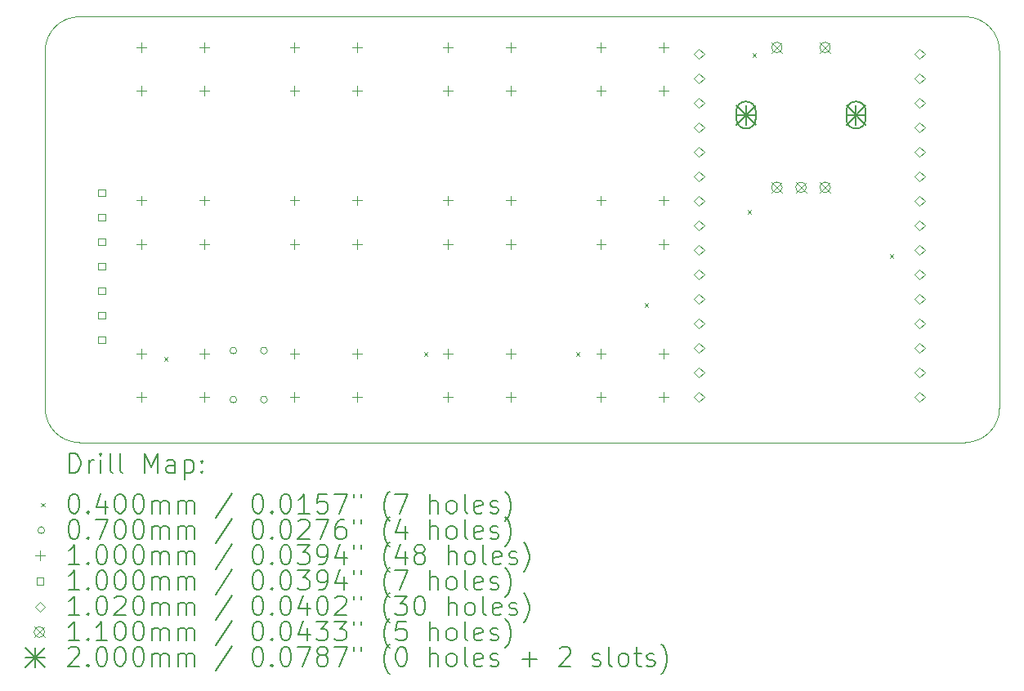
<source format=gbr>
%TF.GenerationSoftware,KiCad,Pcbnew,(6.0.10-0)*%
%TF.CreationDate,2023-03-25T14:15:09-04:00*%
%TF.ProjectId,Shuttle Tracker Node,53687574-746c-4652-9054-7261636b6572,rev?*%
%TF.SameCoordinates,Original*%
%TF.FileFunction,Drillmap*%
%TF.FilePolarity,Positive*%
%FSLAX45Y45*%
G04 Gerber Fmt 4.5, Leading zero omitted, Abs format (unit mm)*
G04 Created by KiCad (PCBNEW (6.0.10-0)) date 2023-03-25 14:15:09*
%MOMM*%
%LPD*%
G01*
G04 APERTURE LIST*
%ADD10C,0.100000*%
%ADD11C,0.200000*%
%ADD12C,0.040000*%
%ADD13C,0.070000*%
%ADD14C,0.099999*%
%ADD15C,0.102000*%
%ADD16C,0.110000*%
G04 APERTURE END LIST*
D10*
X22504400Y-12192000D02*
G75*
G03*
X22860000Y-11836400I0J355600D01*
G01*
X22860000Y-8134350D02*
G75*
G03*
X22504400Y-7778750I-355600J0D01*
G01*
X13328650Y-7778750D02*
G75*
G03*
X12973050Y-8134350I0J-355600D01*
G01*
X22860000Y-11836400D02*
X22860000Y-8134350D01*
X12973050Y-8134350D02*
X12973050Y-11836400D01*
X12973050Y-11836400D02*
G75*
G03*
X13328650Y-12192000I355600J0D01*
G01*
X22504400Y-7778750D02*
X13328650Y-7778750D01*
X13328650Y-12192000D02*
X22504400Y-12192000D01*
D11*
D12*
X14204000Y-11308400D02*
X14244000Y-11348400D01*
X14244000Y-11308400D02*
X14204000Y-11348400D01*
X16896400Y-11257600D02*
X16936400Y-11297600D01*
X16936400Y-11257600D02*
X16896400Y-11297600D01*
X18471200Y-11257600D02*
X18511200Y-11297600D01*
X18511200Y-11257600D02*
X18471200Y-11297600D01*
X19182400Y-10749600D02*
X19222400Y-10789600D01*
X19222400Y-10749600D02*
X19182400Y-10789600D01*
X20249200Y-9784400D02*
X20289200Y-9824400D01*
X20289200Y-9784400D02*
X20249200Y-9824400D01*
X20300000Y-8158800D02*
X20340000Y-8198800D01*
X20340000Y-8158800D02*
X20300000Y-8198800D01*
X21722400Y-10241600D02*
X21762400Y-10281600D01*
X21762400Y-10241600D02*
X21722400Y-10281600D01*
D13*
X14957500Y-11239500D02*
G75*
G03*
X14957500Y-11239500I-35000J0D01*
G01*
X14957500Y-11747500D02*
G75*
G03*
X14957500Y-11747500I-35000J0D01*
G01*
X15275000Y-11239500D02*
G75*
G03*
X15275000Y-11239500I-35000J0D01*
G01*
X15275000Y-11747500D02*
G75*
G03*
X15275000Y-11747500I-35000J0D01*
G01*
D14*
X13970000Y-8046250D02*
X13970000Y-8146250D01*
X13920000Y-8096250D02*
X14020000Y-8096250D01*
X13970000Y-8496250D02*
X13970000Y-8596250D01*
X13920000Y-8546250D02*
X14020000Y-8546250D01*
X13970000Y-9633750D02*
X13970000Y-9733750D01*
X13920000Y-9683750D02*
X14020000Y-9683750D01*
X13970000Y-10083750D02*
X13970000Y-10183750D01*
X13920000Y-10133750D02*
X14020000Y-10133750D01*
X13970000Y-11221250D02*
X13970000Y-11321250D01*
X13920000Y-11271250D02*
X14020000Y-11271250D01*
X13970000Y-11671250D02*
X13970000Y-11771250D01*
X13920000Y-11721250D02*
X14020000Y-11721250D01*
X14620000Y-8046250D02*
X14620000Y-8146250D01*
X14570000Y-8096250D02*
X14670000Y-8096250D01*
X14620000Y-8496250D02*
X14620000Y-8596250D01*
X14570000Y-8546250D02*
X14670000Y-8546250D01*
X14620000Y-9633750D02*
X14620000Y-9733750D01*
X14570000Y-9683750D02*
X14670000Y-9683750D01*
X14620000Y-10083750D02*
X14620000Y-10183750D01*
X14570000Y-10133750D02*
X14670000Y-10133750D01*
X14620000Y-11221250D02*
X14620000Y-11321250D01*
X14570000Y-11271250D02*
X14670000Y-11271250D01*
X14620000Y-11671250D02*
X14620000Y-11771250D01*
X14570000Y-11721250D02*
X14670000Y-11721250D01*
X15557500Y-8046250D02*
X15557500Y-8146250D01*
X15507500Y-8096250D02*
X15607500Y-8096250D01*
X15557500Y-8496250D02*
X15557500Y-8596250D01*
X15507500Y-8546250D02*
X15607500Y-8546250D01*
X15557500Y-9633750D02*
X15557500Y-9733750D01*
X15507500Y-9683750D02*
X15607500Y-9683750D01*
X15557500Y-10083750D02*
X15557500Y-10183750D01*
X15507500Y-10133750D02*
X15607500Y-10133750D01*
X15557500Y-11221250D02*
X15557500Y-11321250D01*
X15507500Y-11271250D02*
X15607500Y-11271250D01*
X15557500Y-11671250D02*
X15557500Y-11771250D01*
X15507500Y-11721250D02*
X15607500Y-11721250D01*
X16207500Y-8046250D02*
X16207500Y-8146250D01*
X16157500Y-8096250D02*
X16257500Y-8096250D01*
X16207500Y-8496250D02*
X16207500Y-8596250D01*
X16157500Y-8546250D02*
X16257500Y-8546250D01*
X16207500Y-9633750D02*
X16207500Y-9733750D01*
X16157500Y-9683750D02*
X16257500Y-9683750D01*
X16207500Y-10083750D02*
X16207500Y-10183750D01*
X16157500Y-10133750D02*
X16257500Y-10133750D01*
X16207500Y-11221250D02*
X16207500Y-11321250D01*
X16157500Y-11271250D02*
X16257500Y-11271250D01*
X16207500Y-11671250D02*
X16207500Y-11771250D01*
X16157500Y-11721250D02*
X16257500Y-11721250D01*
X17145000Y-8046250D02*
X17145000Y-8146250D01*
X17095000Y-8096250D02*
X17195000Y-8096250D01*
X17145000Y-8496250D02*
X17145000Y-8596250D01*
X17095000Y-8546250D02*
X17195000Y-8546250D01*
X17145000Y-9633750D02*
X17145000Y-9733750D01*
X17095000Y-9683750D02*
X17195000Y-9683750D01*
X17145000Y-10083750D02*
X17145000Y-10183750D01*
X17095000Y-10133750D02*
X17195000Y-10133750D01*
X17145000Y-11221250D02*
X17145000Y-11321250D01*
X17095000Y-11271250D02*
X17195000Y-11271250D01*
X17145000Y-11671250D02*
X17145000Y-11771250D01*
X17095000Y-11721250D02*
X17195000Y-11721250D01*
X17795000Y-8046250D02*
X17795000Y-8146250D01*
X17745000Y-8096250D02*
X17845000Y-8096250D01*
X17795000Y-8496250D02*
X17795000Y-8596250D01*
X17745000Y-8546250D02*
X17845000Y-8546250D01*
X17795000Y-9633750D02*
X17795000Y-9733750D01*
X17745000Y-9683750D02*
X17845000Y-9683750D01*
X17795000Y-10083750D02*
X17795000Y-10183750D01*
X17745000Y-10133750D02*
X17845000Y-10133750D01*
X17795000Y-11221250D02*
X17795000Y-11321250D01*
X17745000Y-11271250D02*
X17845000Y-11271250D01*
X17795000Y-11671250D02*
X17795000Y-11771250D01*
X17745000Y-11721250D02*
X17845000Y-11721250D01*
X18732500Y-8046250D02*
X18732500Y-8146250D01*
X18682500Y-8096250D02*
X18782500Y-8096250D01*
X18732500Y-8496250D02*
X18732500Y-8596250D01*
X18682500Y-8546250D02*
X18782500Y-8546250D01*
X18732500Y-9633750D02*
X18732500Y-9733750D01*
X18682500Y-9683750D02*
X18782500Y-9683750D01*
X18732500Y-10083750D02*
X18732500Y-10183750D01*
X18682500Y-10133750D02*
X18782500Y-10133750D01*
X18732500Y-11221250D02*
X18732500Y-11321250D01*
X18682500Y-11271250D02*
X18782500Y-11271250D01*
X18732500Y-11671250D02*
X18732500Y-11771250D01*
X18682500Y-11721250D02*
X18782500Y-11721250D01*
X19382500Y-8046250D02*
X19382500Y-8146250D01*
X19332500Y-8096250D02*
X19432500Y-8096250D01*
X19382500Y-8496250D02*
X19382500Y-8596250D01*
X19332500Y-8546250D02*
X19432500Y-8546250D01*
X19382500Y-9633750D02*
X19382500Y-9733750D01*
X19332500Y-9683750D02*
X19432500Y-9683750D01*
X19382500Y-10083750D02*
X19382500Y-10183750D01*
X19332500Y-10133750D02*
X19432500Y-10133750D01*
X19382500Y-11221250D02*
X19382500Y-11321250D01*
X19332500Y-11271250D02*
X19432500Y-11271250D01*
X19382500Y-11671250D02*
X19382500Y-11771250D01*
X19332500Y-11721250D02*
X19432500Y-11721250D01*
D10*
X13594825Y-9636556D02*
X13594825Y-9565844D01*
X13524114Y-9565844D01*
X13524114Y-9636556D01*
X13594825Y-9636556D01*
X13594825Y-9890556D02*
X13594825Y-9819844D01*
X13524114Y-9819844D01*
X13524114Y-9890556D01*
X13594825Y-9890556D01*
X13594825Y-10144556D02*
X13594825Y-10073844D01*
X13524114Y-10073844D01*
X13524114Y-10144556D01*
X13594825Y-10144556D01*
X13594825Y-10398556D02*
X13594825Y-10327844D01*
X13524114Y-10327844D01*
X13524114Y-10398556D01*
X13594825Y-10398556D01*
X13594825Y-10652556D02*
X13594825Y-10581844D01*
X13524114Y-10581844D01*
X13524114Y-10652556D01*
X13594825Y-10652556D01*
X13594825Y-10906556D02*
X13594825Y-10835844D01*
X13524114Y-10835844D01*
X13524114Y-10906556D01*
X13594825Y-10906556D01*
X13594825Y-11160556D02*
X13594825Y-11089844D01*
X13524114Y-11089844D01*
X13524114Y-11160556D01*
X13594825Y-11160556D01*
D15*
X19748500Y-8217780D02*
X19799500Y-8166780D01*
X19748500Y-8115780D01*
X19697500Y-8166780D01*
X19748500Y-8217780D01*
X19748500Y-8471780D02*
X19799500Y-8420780D01*
X19748500Y-8369780D01*
X19697500Y-8420780D01*
X19748500Y-8471780D01*
X19748500Y-8725780D02*
X19799500Y-8674780D01*
X19748500Y-8623780D01*
X19697500Y-8674780D01*
X19748500Y-8725780D01*
X19748500Y-8979780D02*
X19799500Y-8928780D01*
X19748500Y-8877780D01*
X19697500Y-8928780D01*
X19748500Y-8979780D01*
X19748500Y-9233780D02*
X19799500Y-9182780D01*
X19748500Y-9131780D01*
X19697500Y-9182780D01*
X19748500Y-9233780D01*
X19748500Y-9487780D02*
X19799500Y-9436780D01*
X19748500Y-9385780D01*
X19697500Y-9436780D01*
X19748500Y-9487780D01*
X19748500Y-9741780D02*
X19799500Y-9690780D01*
X19748500Y-9639780D01*
X19697500Y-9690780D01*
X19748500Y-9741780D01*
X19748500Y-9995780D02*
X19799500Y-9944780D01*
X19748500Y-9893780D01*
X19697500Y-9944780D01*
X19748500Y-9995780D01*
X19748500Y-10249780D02*
X19799500Y-10198780D01*
X19748500Y-10147780D01*
X19697500Y-10198780D01*
X19748500Y-10249780D01*
X19748500Y-10503780D02*
X19799500Y-10452780D01*
X19748500Y-10401780D01*
X19697500Y-10452780D01*
X19748500Y-10503780D01*
X19748500Y-10757780D02*
X19799500Y-10706780D01*
X19748500Y-10655780D01*
X19697500Y-10706780D01*
X19748500Y-10757780D01*
X19748500Y-11011780D02*
X19799500Y-10960780D01*
X19748500Y-10909780D01*
X19697500Y-10960780D01*
X19748500Y-11011780D01*
X19748500Y-11265780D02*
X19799500Y-11214780D01*
X19748500Y-11163780D01*
X19697500Y-11214780D01*
X19748500Y-11265780D01*
X19748500Y-11519780D02*
X19799500Y-11468780D01*
X19748500Y-11417780D01*
X19697500Y-11468780D01*
X19748500Y-11519780D01*
X19748500Y-11773780D02*
X19799500Y-11722780D01*
X19748500Y-11671780D01*
X19697500Y-11722780D01*
X19748500Y-11773780D01*
X22034500Y-8217780D02*
X22085500Y-8166780D01*
X22034500Y-8115780D01*
X21983500Y-8166780D01*
X22034500Y-8217780D01*
X22034500Y-8471780D02*
X22085500Y-8420780D01*
X22034500Y-8369780D01*
X21983500Y-8420780D01*
X22034500Y-8471780D01*
X22034500Y-8725780D02*
X22085500Y-8674780D01*
X22034500Y-8623780D01*
X21983500Y-8674780D01*
X22034500Y-8725780D01*
X22034500Y-8979780D02*
X22085500Y-8928780D01*
X22034500Y-8877780D01*
X21983500Y-8928780D01*
X22034500Y-8979780D01*
X22034500Y-9233780D02*
X22085500Y-9182780D01*
X22034500Y-9131780D01*
X21983500Y-9182780D01*
X22034500Y-9233780D01*
X22034500Y-9487780D02*
X22085500Y-9436780D01*
X22034500Y-9385780D01*
X21983500Y-9436780D01*
X22034500Y-9487780D01*
X22034500Y-9741780D02*
X22085500Y-9690780D01*
X22034500Y-9639780D01*
X21983500Y-9690780D01*
X22034500Y-9741780D01*
X22034500Y-9995780D02*
X22085500Y-9944780D01*
X22034500Y-9893780D01*
X21983500Y-9944780D01*
X22034500Y-9995780D01*
X22034500Y-10249780D02*
X22085500Y-10198780D01*
X22034500Y-10147780D01*
X21983500Y-10198780D01*
X22034500Y-10249780D01*
X22034500Y-10503780D02*
X22085500Y-10452780D01*
X22034500Y-10401780D01*
X21983500Y-10452780D01*
X22034500Y-10503780D01*
X22034500Y-10757780D02*
X22085500Y-10706780D01*
X22034500Y-10655780D01*
X21983500Y-10706780D01*
X22034500Y-10757780D01*
X22034500Y-11011780D02*
X22085500Y-10960780D01*
X22034500Y-10909780D01*
X21983500Y-10960780D01*
X22034500Y-11011780D01*
X22034500Y-11265780D02*
X22085500Y-11214780D01*
X22034500Y-11163780D01*
X21983500Y-11214780D01*
X22034500Y-11265780D01*
X22034500Y-11519780D02*
X22085500Y-11468780D01*
X22034500Y-11417780D01*
X21983500Y-11468780D01*
X22034500Y-11519780D01*
X22034500Y-11773780D02*
X22085500Y-11722780D01*
X22034500Y-11671780D01*
X21983500Y-11722780D01*
X22034500Y-11773780D01*
D16*
X20498750Y-8042500D02*
X20608750Y-8152500D01*
X20608750Y-8042500D02*
X20498750Y-8152500D01*
X20608750Y-8097500D02*
G75*
G03*
X20608750Y-8097500I-55000J0D01*
G01*
X20498750Y-9492500D02*
X20608750Y-9602500D01*
X20608750Y-9492500D02*
X20498750Y-9602500D01*
X20608750Y-9547500D02*
G75*
G03*
X20608750Y-9547500I-55000J0D01*
G01*
X20748750Y-9492500D02*
X20858750Y-9602500D01*
X20858750Y-9492500D02*
X20748750Y-9602500D01*
X20858750Y-9547500D02*
G75*
G03*
X20858750Y-9547500I-55000J0D01*
G01*
X20998750Y-8042500D02*
X21108750Y-8152500D01*
X21108750Y-8042500D02*
X20998750Y-8152500D01*
X21108750Y-8097500D02*
G75*
G03*
X21108750Y-8097500I-55000J0D01*
G01*
X20998750Y-9492500D02*
X21108750Y-9602500D01*
X21108750Y-9492500D02*
X20998750Y-9602500D01*
X21108750Y-9547500D02*
G75*
G03*
X21108750Y-9547500I-55000J0D01*
G01*
D11*
X20133750Y-8697500D02*
X20333750Y-8897500D01*
X20333750Y-8697500D02*
X20133750Y-8897500D01*
X20233750Y-8697500D02*
X20233750Y-8897500D01*
X20133750Y-8797500D02*
X20333750Y-8797500D01*
X20133750Y-8757500D02*
X20133750Y-8837500D01*
X20333750Y-8757500D02*
X20333750Y-8837500D01*
X20133750Y-8837500D02*
G75*
G03*
X20333750Y-8837500I100000J0D01*
G01*
X20333750Y-8757500D02*
G75*
G03*
X20133750Y-8757500I-100000J0D01*
G01*
X21273750Y-8697500D02*
X21473750Y-8897500D01*
X21473750Y-8697500D02*
X21273750Y-8897500D01*
X21373750Y-8697500D02*
X21373750Y-8897500D01*
X21273750Y-8797500D02*
X21473750Y-8797500D01*
X21273750Y-8757500D02*
X21273750Y-8837500D01*
X21473750Y-8757500D02*
X21473750Y-8837500D01*
X21273750Y-8837500D02*
G75*
G03*
X21473750Y-8837500I100000J0D01*
G01*
X21473750Y-8757500D02*
G75*
G03*
X21273750Y-8757500I-100000J0D01*
G01*
X13225669Y-12507476D02*
X13225669Y-12307476D01*
X13273288Y-12307476D01*
X13301859Y-12317000D01*
X13320907Y-12336048D01*
X13330431Y-12355095D01*
X13339955Y-12393190D01*
X13339955Y-12421762D01*
X13330431Y-12459857D01*
X13320907Y-12478905D01*
X13301859Y-12497952D01*
X13273288Y-12507476D01*
X13225669Y-12507476D01*
X13425669Y-12507476D02*
X13425669Y-12374143D01*
X13425669Y-12412238D02*
X13435193Y-12393190D01*
X13444717Y-12383667D01*
X13463764Y-12374143D01*
X13482812Y-12374143D01*
X13549478Y-12507476D02*
X13549478Y-12374143D01*
X13549478Y-12307476D02*
X13539955Y-12317000D01*
X13549478Y-12326524D01*
X13559002Y-12317000D01*
X13549478Y-12307476D01*
X13549478Y-12326524D01*
X13673288Y-12507476D02*
X13654240Y-12497952D01*
X13644717Y-12478905D01*
X13644717Y-12307476D01*
X13778050Y-12507476D02*
X13759002Y-12497952D01*
X13749478Y-12478905D01*
X13749478Y-12307476D01*
X14006621Y-12507476D02*
X14006621Y-12307476D01*
X14073288Y-12450333D01*
X14139955Y-12307476D01*
X14139955Y-12507476D01*
X14320907Y-12507476D02*
X14320907Y-12402714D01*
X14311383Y-12383667D01*
X14292336Y-12374143D01*
X14254240Y-12374143D01*
X14235193Y-12383667D01*
X14320907Y-12497952D02*
X14301859Y-12507476D01*
X14254240Y-12507476D01*
X14235193Y-12497952D01*
X14225669Y-12478905D01*
X14225669Y-12459857D01*
X14235193Y-12440809D01*
X14254240Y-12431286D01*
X14301859Y-12431286D01*
X14320907Y-12421762D01*
X14416145Y-12374143D02*
X14416145Y-12574143D01*
X14416145Y-12383667D02*
X14435193Y-12374143D01*
X14473288Y-12374143D01*
X14492336Y-12383667D01*
X14501859Y-12393190D01*
X14511383Y-12412238D01*
X14511383Y-12469381D01*
X14501859Y-12488428D01*
X14492336Y-12497952D01*
X14473288Y-12507476D01*
X14435193Y-12507476D01*
X14416145Y-12497952D01*
X14597098Y-12488428D02*
X14606621Y-12497952D01*
X14597098Y-12507476D01*
X14587574Y-12497952D01*
X14597098Y-12488428D01*
X14597098Y-12507476D01*
X14597098Y-12383667D02*
X14606621Y-12393190D01*
X14597098Y-12402714D01*
X14587574Y-12393190D01*
X14597098Y-12383667D01*
X14597098Y-12402714D01*
D12*
X12928050Y-12817000D02*
X12968050Y-12857000D01*
X12968050Y-12817000D02*
X12928050Y-12857000D01*
D11*
X13263764Y-12727476D02*
X13282812Y-12727476D01*
X13301859Y-12737000D01*
X13311383Y-12746524D01*
X13320907Y-12765571D01*
X13330431Y-12803667D01*
X13330431Y-12851286D01*
X13320907Y-12889381D01*
X13311383Y-12908428D01*
X13301859Y-12917952D01*
X13282812Y-12927476D01*
X13263764Y-12927476D01*
X13244717Y-12917952D01*
X13235193Y-12908428D01*
X13225669Y-12889381D01*
X13216145Y-12851286D01*
X13216145Y-12803667D01*
X13225669Y-12765571D01*
X13235193Y-12746524D01*
X13244717Y-12737000D01*
X13263764Y-12727476D01*
X13416145Y-12908428D02*
X13425669Y-12917952D01*
X13416145Y-12927476D01*
X13406621Y-12917952D01*
X13416145Y-12908428D01*
X13416145Y-12927476D01*
X13597098Y-12794143D02*
X13597098Y-12927476D01*
X13549478Y-12717952D02*
X13501859Y-12860809D01*
X13625669Y-12860809D01*
X13739955Y-12727476D02*
X13759002Y-12727476D01*
X13778050Y-12737000D01*
X13787574Y-12746524D01*
X13797098Y-12765571D01*
X13806621Y-12803667D01*
X13806621Y-12851286D01*
X13797098Y-12889381D01*
X13787574Y-12908428D01*
X13778050Y-12917952D01*
X13759002Y-12927476D01*
X13739955Y-12927476D01*
X13720907Y-12917952D01*
X13711383Y-12908428D01*
X13701859Y-12889381D01*
X13692336Y-12851286D01*
X13692336Y-12803667D01*
X13701859Y-12765571D01*
X13711383Y-12746524D01*
X13720907Y-12737000D01*
X13739955Y-12727476D01*
X13930431Y-12727476D02*
X13949478Y-12727476D01*
X13968526Y-12737000D01*
X13978050Y-12746524D01*
X13987574Y-12765571D01*
X13997098Y-12803667D01*
X13997098Y-12851286D01*
X13987574Y-12889381D01*
X13978050Y-12908428D01*
X13968526Y-12917952D01*
X13949478Y-12927476D01*
X13930431Y-12927476D01*
X13911383Y-12917952D01*
X13901859Y-12908428D01*
X13892336Y-12889381D01*
X13882812Y-12851286D01*
X13882812Y-12803667D01*
X13892336Y-12765571D01*
X13901859Y-12746524D01*
X13911383Y-12737000D01*
X13930431Y-12727476D01*
X14082812Y-12927476D02*
X14082812Y-12794143D01*
X14082812Y-12813190D02*
X14092336Y-12803667D01*
X14111383Y-12794143D01*
X14139955Y-12794143D01*
X14159002Y-12803667D01*
X14168526Y-12822714D01*
X14168526Y-12927476D01*
X14168526Y-12822714D02*
X14178050Y-12803667D01*
X14197098Y-12794143D01*
X14225669Y-12794143D01*
X14244717Y-12803667D01*
X14254240Y-12822714D01*
X14254240Y-12927476D01*
X14349478Y-12927476D02*
X14349478Y-12794143D01*
X14349478Y-12813190D02*
X14359002Y-12803667D01*
X14378050Y-12794143D01*
X14406621Y-12794143D01*
X14425669Y-12803667D01*
X14435193Y-12822714D01*
X14435193Y-12927476D01*
X14435193Y-12822714D02*
X14444717Y-12803667D01*
X14463764Y-12794143D01*
X14492336Y-12794143D01*
X14511383Y-12803667D01*
X14520907Y-12822714D01*
X14520907Y-12927476D01*
X14911383Y-12717952D02*
X14739955Y-12975095D01*
X15168526Y-12727476D02*
X15187574Y-12727476D01*
X15206621Y-12737000D01*
X15216145Y-12746524D01*
X15225669Y-12765571D01*
X15235193Y-12803667D01*
X15235193Y-12851286D01*
X15225669Y-12889381D01*
X15216145Y-12908428D01*
X15206621Y-12917952D01*
X15187574Y-12927476D01*
X15168526Y-12927476D01*
X15149478Y-12917952D01*
X15139955Y-12908428D01*
X15130431Y-12889381D01*
X15120907Y-12851286D01*
X15120907Y-12803667D01*
X15130431Y-12765571D01*
X15139955Y-12746524D01*
X15149478Y-12737000D01*
X15168526Y-12727476D01*
X15320907Y-12908428D02*
X15330431Y-12917952D01*
X15320907Y-12927476D01*
X15311383Y-12917952D01*
X15320907Y-12908428D01*
X15320907Y-12927476D01*
X15454240Y-12727476D02*
X15473288Y-12727476D01*
X15492336Y-12737000D01*
X15501859Y-12746524D01*
X15511383Y-12765571D01*
X15520907Y-12803667D01*
X15520907Y-12851286D01*
X15511383Y-12889381D01*
X15501859Y-12908428D01*
X15492336Y-12917952D01*
X15473288Y-12927476D01*
X15454240Y-12927476D01*
X15435193Y-12917952D01*
X15425669Y-12908428D01*
X15416145Y-12889381D01*
X15406621Y-12851286D01*
X15406621Y-12803667D01*
X15416145Y-12765571D01*
X15425669Y-12746524D01*
X15435193Y-12737000D01*
X15454240Y-12727476D01*
X15711383Y-12927476D02*
X15597098Y-12927476D01*
X15654240Y-12927476D02*
X15654240Y-12727476D01*
X15635193Y-12756048D01*
X15616145Y-12775095D01*
X15597098Y-12784619D01*
X15892336Y-12727476D02*
X15797098Y-12727476D01*
X15787574Y-12822714D01*
X15797098Y-12813190D01*
X15816145Y-12803667D01*
X15863764Y-12803667D01*
X15882812Y-12813190D01*
X15892336Y-12822714D01*
X15901859Y-12841762D01*
X15901859Y-12889381D01*
X15892336Y-12908428D01*
X15882812Y-12917952D01*
X15863764Y-12927476D01*
X15816145Y-12927476D01*
X15797098Y-12917952D01*
X15787574Y-12908428D01*
X15968526Y-12727476D02*
X16101859Y-12727476D01*
X16016145Y-12927476D01*
X16168526Y-12727476D02*
X16168526Y-12765571D01*
X16244717Y-12727476D02*
X16244717Y-12765571D01*
X16539955Y-13003667D02*
X16530431Y-12994143D01*
X16511383Y-12965571D01*
X16501859Y-12946524D01*
X16492336Y-12917952D01*
X16482812Y-12870333D01*
X16482812Y-12832238D01*
X16492336Y-12784619D01*
X16501859Y-12756048D01*
X16511383Y-12737000D01*
X16530431Y-12708428D01*
X16539955Y-12698905D01*
X16597098Y-12727476D02*
X16730431Y-12727476D01*
X16644717Y-12927476D01*
X16959002Y-12927476D02*
X16959002Y-12727476D01*
X17044717Y-12927476D02*
X17044717Y-12822714D01*
X17035193Y-12803667D01*
X17016145Y-12794143D01*
X16987574Y-12794143D01*
X16968526Y-12803667D01*
X16959002Y-12813190D01*
X17168526Y-12927476D02*
X17149479Y-12917952D01*
X17139955Y-12908428D01*
X17130431Y-12889381D01*
X17130431Y-12832238D01*
X17139955Y-12813190D01*
X17149479Y-12803667D01*
X17168526Y-12794143D01*
X17197098Y-12794143D01*
X17216145Y-12803667D01*
X17225669Y-12813190D01*
X17235193Y-12832238D01*
X17235193Y-12889381D01*
X17225669Y-12908428D01*
X17216145Y-12917952D01*
X17197098Y-12927476D01*
X17168526Y-12927476D01*
X17349479Y-12927476D02*
X17330431Y-12917952D01*
X17320907Y-12898905D01*
X17320907Y-12727476D01*
X17501860Y-12917952D02*
X17482812Y-12927476D01*
X17444717Y-12927476D01*
X17425669Y-12917952D01*
X17416145Y-12898905D01*
X17416145Y-12822714D01*
X17425669Y-12803667D01*
X17444717Y-12794143D01*
X17482812Y-12794143D01*
X17501860Y-12803667D01*
X17511383Y-12822714D01*
X17511383Y-12841762D01*
X17416145Y-12860809D01*
X17587574Y-12917952D02*
X17606621Y-12927476D01*
X17644717Y-12927476D01*
X17663764Y-12917952D01*
X17673288Y-12898905D01*
X17673288Y-12889381D01*
X17663764Y-12870333D01*
X17644717Y-12860809D01*
X17616145Y-12860809D01*
X17597098Y-12851286D01*
X17587574Y-12832238D01*
X17587574Y-12822714D01*
X17597098Y-12803667D01*
X17616145Y-12794143D01*
X17644717Y-12794143D01*
X17663764Y-12803667D01*
X17739955Y-13003667D02*
X17749479Y-12994143D01*
X17768526Y-12965571D01*
X17778050Y-12946524D01*
X17787574Y-12917952D01*
X17797098Y-12870333D01*
X17797098Y-12832238D01*
X17787574Y-12784619D01*
X17778050Y-12756048D01*
X17768526Y-12737000D01*
X17749479Y-12708428D01*
X17739955Y-12698905D01*
D13*
X12968050Y-13101000D02*
G75*
G03*
X12968050Y-13101000I-35000J0D01*
G01*
D11*
X13263764Y-12991476D02*
X13282812Y-12991476D01*
X13301859Y-13001000D01*
X13311383Y-13010524D01*
X13320907Y-13029571D01*
X13330431Y-13067667D01*
X13330431Y-13115286D01*
X13320907Y-13153381D01*
X13311383Y-13172428D01*
X13301859Y-13181952D01*
X13282812Y-13191476D01*
X13263764Y-13191476D01*
X13244717Y-13181952D01*
X13235193Y-13172428D01*
X13225669Y-13153381D01*
X13216145Y-13115286D01*
X13216145Y-13067667D01*
X13225669Y-13029571D01*
X13235193Y-13010524D01*
X13244717Y-13001000D01*
X13263764Y-12991476D01*
X13416145Y-13172428D02*
X13425669Y-13181952D01*
X13416145Y-13191476D01*
X13406621Y-13181952D01*
X13416145Y-13172428D01*
X13416145Y-13191476D01*
X13492336Y-12991476D02*
X13625669Y-12991476D01*
X13539955Y-13191476D01*
X13739955Y-12991476D02*
X13759002Y-12991476D01*
X13778050Y-13001000D01*
X13787574Y-13010524D01*
X13797098Y-13029571D01*
X13806621Y-13067667D01*
X13806621Y-13115286D01*
X13797098Y-13153381D01*
X13787574Y-13172428D01*
X13778050Y-13181952D01*
X13759002Y-13191476D01*
X13739955Y-13191476D01*
X13720907Y-13181952D01*
X13711383Y-13172428D01*
X13701859Y-13153381D01*
X13692336Y-13115286D01*
X13692336Y-13067667D01*
X13701859Y-13029571D01*
X13711383Y-13010524D01*
X13720907Y-13001000D01*
X13739955Y-12991476D01*
X13930431Y-12991476D02*
X13949478Y-12991476D01*
X13968526Y-13001000D01*
X13978050Y-13010524D01*
X13987574Y-13029571D01*
X13997098Y-13067667D01*
X13997098Y-13115286D01*
X13987574Y-13153381D01*
X13978050Y-13172428D01*
X13968526Y-13181952D01*
X13949478Y-13191476D01*
X13930431Y-13191476D01*
X13911383Y-13181952D01*
X13901859Y-13172428D01*
X13892336Y-13153381D01*
X13882812Y-13115286D01*
X13882812Y-13067667D01*
X13892336Y-13029571D01*
X13901859Y-13010524D01*
X13911383Y-13001000D01*
X13930431Y-12991476D01*
X14082812Y-13191476D02*
X14082812Y-13058143D01*
X14082812Y-13077190D02*
X14092336Y-13067667D01*
X14111383Y-13058143D01*
X14139955Y-13058143D01*
X14159002Y-13067667D01*
X14168526Y-13086714D01*
X14168526Y-13191476D01*
X14168526Y-13086714D02*
X14178050Y-13067667D01*
X14197098Y-13058143D01*
X14225669Y-13058143D01*
X14244717Y-13067667D01*
X14254240Y-13086714D01*
X14254240Y-13191476D01*
X14349478Y-13191476D02*
X14349478Y-13058143D01*
X14349478Y-13077190D02*
X14359002Y-13067667D01*
X14378050Y-13058143D01*
X14406621Y-13058143D01*
X14425669Y-13067667D01*
X14435193Y-13086714D01*
X14435193Y-13191476D01*
X14435193Y-13086714D02*
X14444717Y-13067667D01*
X14463764Y-13058143D01*
X14492336Y-13058143D01*
X14511383Y-13067667D01*
X14520907Y-13086714D01*
X14520907Y-13191476D01*
X14911383Y-12981952D02*
X14739955Y-13239095D01*
X15168526Y-12991476D02*
X15187574Y-12991476D01*
X15206621Y-13001000D01*
X15216145Y-13010524D01*
X15225669Y-13029571D01*
X15235193Y-13067667D01*
X15235193Y-13115286D01*
X15225669Y-13153381D01*
X15216145Y-13172428D01*
X15206621Y-13181952D01*
X15187574Y-13191476D01*
X15168526Y-13191476D01*
X15149478Y-13181952D01*
X15139955Y-13172428D01*
X15130431Y-13153381D01*
X15120907Y-13115286D01*
X15120907Y-13067667D01*
X15130431Y-13029571D01*
X15139955Y-13010524D01*
X15149478Y-13001000D01*
X15168526Y-12991476D01*
X15320907Y-13172428D02*
X15330431Y-13181952D01*
X15320907Y-13191476D01*
X15311383Y-13181952D01*
X15320907Y-13172428D01*
X15320907Y-13191476D01*
X15454240Y-12991476D02*
X15473288Y-12991476D01*
X15492336Y-13001000D01*
X15501859Y-13010524D01*
X15511383Y-13029571D01*
X15520907Y-13067667D01*
X15520907Y-13115286D01*
X15511383Y-13153381D01*
X15501859Y-13172428D01*
X15492336Y-13181952D01*
X15473288Y-13191476D01*
X15454240Y-13191476D01*
X15435193Y-13181952D01*
X15425669Y-13172428D01*
X15416145Y-13153381D01*
X15406621Y-13115286D01*
X15406621Y-13067667D01*
X15416145Y-13029571D01*
X15425669Y-13010524D01*
X15435193Y-13001000D01*
X15454240Y-12991476D01*
X15597098Y-13010524D02*
X15606621Y-13001000D01*
X15625669Y-12991476D01*
X15673288Y-12991476D01*
X15692336Y-13001000D01*
X15701859Y-13010524D01*
X15711383Y-13029571D01*
X15711383Y-13048619D01*
X15701859Y-13077190D01*
X15587574Y-13191476D01*
X15711383Y-13191476D01*
X15778050Y-12991476D02*
X15911383Y-12991476D01*
X15825669Y-13191476D01*
X16073288Y-12991476D02*
X16035193Y-12991476D01*
X16016145Y-13001000D01*
X16006621Y-13010524D01*
X15987574Y-13039095D01*
X15978050Y-13077190D01*
X15978050Y-13153381D01*
X15987574Y-13172428D01*
X15997098Y-13181952D01*
X16016145Y-13191476D01*
X16054240Y-13191476D01*
X16073288Y-13181952D01*
X16082812Y-13172428D01*
X16092336Y-13153381D01*
X16092336Y-13105762D01*
X16082812Y-13086714D01*
X16073288Y-13077190D01*
X16054240Y-13067667D01*
X16016145Y-13067667D01*
X15997098Y-13077190D01*
X15987574Y-13086714D01*
X15978050Y-13105762D01*
X16168526Y-12991476D02*
X16168526Y-13029571D01*
X16244717Y-12991476D02*
X16244717Y-13029571D01*
X16539955Y-13267667D02*
X16530431Y-13258143D01*
X16511383Y-13229571D01*
X16501859Y-13210524D01*
X16492336Y-13181952D01*
X16482812Y-13134333D01*
X16482812Y-13096238D01*
X16492336Y-13048619D01*
X16501859Y-13020048D01*
X16511383Y-13001000D01*
X16530431Y-12972428D01*
X16539955Y-12962905D01*
X16701859Y-13058143D02*
X16701859Y-13191476D01*
X16654240Y-12981952D02*
X16606621Y-13124809D01*
X16730431Y-13124809D01*
X16959002Y-13191476D02*
X16959002Y-12991476D01*
X17044717Y-13191476D02*
X17044717Y-13086714D01*
X17035193Y-13067667D01*
X17016145Y-13058143D01*
X16987574Y-13058143D01*
X16968526Y-13067667D01*
X16959002Y-13077190D01*
X17168526Y-13191476D02*
X17149479Y-13181952D01*
X17139955Y-13172428D01*
X17130431Y-13153381D01*
X17130431Y-13096238D01*
X17139955Y-13077190D01*
X17149479Y-13067667D01*
X17168526Y-13058143D01*
X17197098Y-13058143D01*
X17216145Y-13067667D01*
X17225669Y-13077190D01*
X17235193Y-13096238D01*
X17235193Y-13153381D01*
X17225669Y-13172428D01*
X17216145Y-13181952D01*
X17197098Y-13191476D01*
X17168526Y-13191476D01*
X17349479Y-13191476D02*
X17330431Y-13181952D01*
X17320907Y-13162905D01*
X17320907Y-12991476D01*
X17501860Y-13181952D02*
X17482812Y-13191476D01*
X17444717Y-13191476D01*
X17425669Y-13181952D01*
X17416145Y-13162905D01*
X17416145Y-13086714D01*
X17425669Y-13067667D01*
X17444717Y-13058143D01*
X17482812Y-13058143D01*
X17501860Y-13067667D01*
X17511383Y-13086714D01*
X17511383Y-13105762D01*
X17416145Y-13124809D01*
X17587574Y-13181952D02*
X17606621Y-13191476D01*
X17644717Y-13191476D01*
X17663764Y-13181952D01*
X17673288Y-13162905D01*
X17673288Y-13153381D01*
X17663764Y-13134333D01*
X17644717Y-13124809D01*
X17616145Y-13124809D01*
X17597098Y-13115286D01*
X17587574Y-13096238D01*
X17587574Y-13086714D01*
X17597098Y-13067667D01*
X17616145Y-13058143D01*
X17644717Y-13058143D01*
X17663764Y-13067667D01*
X17739955Y-13267667D02*
X17749479Y-13258143D01*
X17768526Y-13229571D01*
X17778050Y-13210524D01*
X17787574Y-13181952D01*
X17797098Y-13134333D01*
X17797098Y-13096238D01*
X17787574Y-13048619D01*
X17778050Y-13020048D01*
X17768526Y-13001000D01*
X17749479Y-12972428D01*
X17739955Y-12962905D01*
D14*
X12918050Y-13315000D02*
X12918050Y-13415000D01*
X12868050Y-13365000D02*
X12968050Y-13365000D01*
D11*
X13330431Y-13455476D02*
X13216145Y-13455476D01*
X13273288Y-13455476D02*
X13273288Y-13255476D01*
X13254240Y-13284048D01*
X13235193Y-13303095D01*
X13216145Y-13312619D01*
X13416145Y-13436428D02*
X13425669Y-13445952D01*
X13416145Y-13455476D01*
X13406621Y-13445952D01*
X13416145Y-13436428D01*
X13416145Y-13455476D01*
X13549478Y-13255476D02*
X13568526Y-13255476D01*
X13587574Y-13265000D01*
X13597098Y-13274524D01*
X13606621Y-13293571D01*
X13616145Y-13331667D01*
X13616145Y-13379286D01*
X13606621Y-13417381D01*
X13597098Y-13436428D01*
X13587574Y-13445952D01*
X13568526Y-13455476D01*
X13549478Y-13455476D01*
X13530431Y-13445952D01*
X13520907Y-13436428D01*
X13511383Y-13417381D01*
X13501859Y-13379286D01*
X13501859Y-13331667D01*
X13511383Y-13293571D01*
X13520907Y-13274524D01*
X13530431Y-13265000D01*
X13549478Y-13255476D01*
X13739955Y-13255476D02*
X13759002Y-13255476D01*
X13778050Y-13265000D01*
X13787574Y-13274524D01*
X13797098Y-13293571D01*
X13806621Y-13331667D01*
X13806621Y-13379286D01*
X13797098Y-13417381D01*
X13787574Y-13436428D01*
X13778050Y-13445952D01*
X13759002Y-13455476D01*
X13739955Y-13455476D01*
X13720907Y-13445952D01*
X13711383Y-13436428D01*
X13701859Y-13417381D01*
X13692336Y-13379286D01*
X13692336Y-13331667D01*
X13701859Y-13293571D01*
X13711383Y-13274524D01*
X13720907Y-13265000D01*
X13739955Y-13255476D01*
X13930431Y-13255476D02*
X13949478Y-13255476D01*
X13968526Y-13265000D01*
X13978050Y-13274524D01*
X13987574Y-13293571D01*
X13997098Y-13331667D01*
X13997098Y-13379286D01*
X13987574Y-13417381D01*
X13978050Y-13436428D01*
X13968526Y-13445952D01*
X13949478Y-13455476D01*
X13930431Y-13455476D01*
X13911383Y-13445952D01*
X13901859Y-13436428D01*
X13892336Y-13417381D01*
X13882812Y-13379286D01*
X13882812Y-13331667D01*
X13892336Y-13293571D01*
X13901859Y-13274524D01*
X13911383Y-13265000D01*
X13930431Y-13255476D01*
X14082812Y-13455476D02*
X14082812Y-13322143D01*
X14082812Y-13341190D02*
X14092336Y-13331667D01*
X14111383Y-13322143D01*
X14139955Y-13322143D01*
X14159002Y-13331667D01*
X14168526Y-13350714D01*
X14168526Y-13455476D01*
X14168526Y-13350714D02*
X14178050Y-13331667D01*
X14197098Y-13322143D01*
X14225669Y-13322143D01*
X14244717Y-13331667D01*
X14254240Y-13350714D01*
X14254240Y-13455476D01*
X14349478Y-13455476D02*
X14349478Y-13322143D01*
X14349478Y-13341190D02*
X14359002Y-13331667D01*
X14378050Y-13322143D01*
X14406621Y-13322143D01*
X14425669Y-13331667D01*
X14435193Y-13350714D01*
X14435193Y-13455476D01*
X14435193Y-13350714D02*
X14444717Y-13331667D01*
X14463764Y-13322143D01*
X14492336Y-13322143D01*
X14511383Y-13331667D01*
X14520907Y-13350714D01*
X14520907Y-13455476D01*
X14911383Y-13245952D02*
X14739955Y-13503095D01*
X15168526Y-13255476D02*
X15187574Y-13255476D01*
X15206621Y-13265000D01*
X15216145Y-13274524D01*
X15225669Y-13293571D01*
X15235193Y-13331667D01*
X15235193Y-13379286D01*
X15225669Y-13417381D01*
X15216145Y-13436428D01*
X15206621Y-13445952D01*
X15187574Y-13455476D01*
X15168526Y-13455476D01*
X15149478Y-13445952D01*
X15139955Y-13436428D01*
X15130431Y-13417381D01*
X15120907Y-13379286D01*
X15120907Y-13331667D01*
X15130431Y-13293571D01*
X15139955Y-13274524D01*
X15149478Y-13265000D01*
X15168526Y-13255476D01*
X15320907Y-13436428D02*
X15330431Y-13445952D01*
X15320907Y-13455476D01*
X15311383Y-13445952D01*
X15320907Y-13436428D01*
X15320907Y-13455476D01*
X15454240Y-13255476D02*
X15473288Y-13255476D01*
X15492336Y-13265000D01*
X15501859Y-13274524D01*
X15511383Y-13293571D01*
X15520907Y-13331667D01*
X15520907Y-13379286D01*
X15511383Y-13417381D01*
X15501859Y-13436428D01*
X15492336Y-13445952D01*
X15473288Y-13455476D01*
X15454240Y-13455476D01*
X15435193Y-13445952D01*
X15425669Y-13436428D01*
X15416145Y-13417381D01*
X15406621Y-13379286D01*
X15406621Y-13331667D01*
X15416145Y-13293571D01*
X15425669Y-13274524D01*
X15435193Y-13265000D01*
X15454240Y-13255476D01*
X15587574Y-13255476D02*
X15711383Y-13255476D01*
X15644717Y-13331667D01*
X15673288Y-13331667D01*
X15692336Y-13341190D01*
X15701859Y-13350714D01*
X15711383Y-13369762D01*
X15711383Y-13417381D01*
X15701859Y-13436428D01*
X15692336Y-13445952D01*
X15673288Y-13455476D01*
X15616145Y-13455476D01*
X15597098Y-13445952D01*
X15587574Y-13436428D01*
X15806621Y-13455476D02*
X15844717Y-13455476D01*
X15863764Y-13445952D01*
X15873288Y-13436428D01*
X15892336Y-13407857D01*
X15901859Y-13369762D01*
X15901859Y-13293571D01*
X15892336Y-13274524D01*
X15882812Y-13265000D01*
X15863764Y-13255476D01*
X15825669Y-13255476D01*
X15806621Y-13265000D01*
X15797098Y-13274524D01*
X15787574Y-13293571D01*
X15787574Y-13341190D01*
X15797098Y-13360238D01*
X15806621Y-13369762D01*
X15825669Y-13379286D01*
X15863764Y-13379286D01*
X15882812Y-13369762D01*
X15892336Y-13360238D01*
X15901859Y-13341190D01*
X16073288Y-13322143D02*
X16073288Y-13455476D01*
X16025669Y-13245952D02*
X15978050Y-13388809D01*
X16101859Y-13388809D01*
X16168526Y-13255476D02*
X16168526Y-13293571D01*
X16244717Y-13255476D02*
X16244717Y-13293571D01*
X16539955Y-13531667D02*
X16530431Y-13522143D01*
X16511383Y-13493571D01*
X16501859Y-13474524D01*
X16492336Y-13445952D01*
X16482812Y-13398333D01*
X16482812Y-13360238D01*
X16492336Y-13312619D01*
X16501859Y-13284048D01*
X16511383Y-13265000D01*
X16530431Y-13236428D01*
X16539955Y-13226905D01*
X16701859Y-13322143D02*
X16701859Y-13455476D01*
X16654240Y-13245952D02*
X16606621Y-13388809D01*
X16730431Y-13388809D01*
X16835193Y-13341190D02*
X16816145Y-13331667D01*
X16806621Y-13322143D01*
X16797098Y-13303095D01*
X16797098Y-13293571D01*
X16806621Y-13274524D01*
X16816145Y-13265000D01*
X16835193Y-13255476D01*
X16873288Y-13255476D01*
X16892336Y-13265000D01*
X16901860Y-13274524D01*
X16911383Y-13293571D01*
X16911383Y-13303095D01*
X16901860Y-13322143D01*
X16892336Y-13331667D01*
X16873288Y-13341190D01*
X16835193Y-13341190D01*
X16816145Y-13350714D01*
X16806621Y-13360238D01*
X16797098Y-13379286D01*
X16797098Y-13417381D01*
X16806621Y-13436428D01*
X16816145Y-13445952D01*
X16835193Y-13455476D01*
X16873288Y-13455476D01*
X16892336Y-13445952D01*
X16901860Y-13436428D01*
X16911383Y-13417381D01*
X16911383Y-13379286D01*
X16901860Y-13360238D01*
X16892336Y-13350714D01*
X16873288Y-13341190D01*
X17149479Y-13455476D02*
X17149479Y-13255476D01*
X17235193Y-13455476D02*
X17235193Y-13350714D01*
X17225669Y-13331667D01*
X17206621Y-13322143D01*
X17178050Y-13322143D01*
X17159002Y-13331667D01*
X17149479Y-13341190D01*
X17359002Y-13455476D02*
X17339955Y-13445952D01*
X17330431Y-13436428D01*
X17320907Y-13417381D01*
X17320907Y-13360238D01*
X17330431Y-13341190D01*
X17339955Y-13331667D01*
X17359002Y-13322143D01*
X17387574Y-13322143D01*
X17406621Y-13331667D01*
X17416145Y-13341190D01*
X17425669Y-13360238D01*
X17425669Y-13417381D01*
X17416145Y-13436428D01*
X17406621Y-13445952D01*
X17387574Y-13455476D01*
X17359002Y-13455476D01*
X17539955Y-13455476D02*
X17520907Y-13445952D01*
X17511383Y-13426905D01*
X17511383Y-13255476D01*
X17692336Y-13445952D02*
X17673288Y-13455476D01*
X17635193Y-13455476D01*
X17616145Y-13445952D01*
X17606621Y-13426905D01*
X17606621Y-13350714D01*
X17616145Y-13331667D01*
X17635193Y-13322143D01*
X17673288Y-13322143D01*
X17692336Y-13331667D01*
X17701860Y-13350714D01*
X17701860Y-13369762D01*
X17606621Y-13388809D01*
X17778050Y-13445952D02*
X17797098Y-13455476D01*
X17835193Y-13455476D01*
X17854240Y-13445952D01*
X17863764Y-13426905D01*
X17863764Y-13417381D01*
X17854240Y-13398333D01*
X17835193Y-13388809D01*
X17806621Y-13388809D01*
X17787574Y-13379286D01*
X17778050Y-13360238D01*
X17778050Y-13350714D01*
X17787574Y-13331667D01*
X17806621Y-13322143D01*
X17835193Y-13322143D01*
X17854240Y-13331667D01*
X17930431Y-13531667D02*
X17939955Y-13522143D01*
X17959002Y-13493571D01*
X17968526Y-13474524D01*
X17978050Y-13445952D01*
X17987574Y-13398333D01*
X17987574Y-13360238D01*
X17978050Y-13312619D01*
X17968526Y-13284048D01*
X17959002Y-13265000D01*
X17939955Y-13236428D01*
X17930431Y-13226905D01*
D10*
X12953406Y-13664356D02*
X12953406Y-13593644D01*
X12882694Y-13593644D01*
X12882694Y-13664356D01*
X12953406Y-13664356D01*
D11*
X13330431Y-13719476D02*
X13216145Y-13719476D01*
X13273288Y-13719476D02*
X13273288Y-13519476D01*
X13254240Y-13548048D01*
X13235193Y-13567095D01*
X13216145Y-13576619D01*
X13416145Y-13700428D02*
X13425669Y-13709952D01*
X13416145Y-13719476D01*
X13406621Y-13709952D01*
X13416145Y-13700428D01*
X13416145Y-13719476D01*
X13549478Y-13519476D02*
X13568526Y-13519476D01*
X13587574Y-13529000D01*
X13597098Y-13538524D01*
X13606621Y-13557571D01*
X13616145Y-13595667D01*
X13616145Y-13643286D01*
X13606621Y-13681381D01*
X13597098Y-13700428D01*
X13587574Y-13709952D01*
X13568526Y-13719476D01*
X13549478Y-13719476D01*
X13530431Y-13709952D01*
X13520907Y-13700428D01*
X13511383Y-13681381D01*
X13501859Y-13643286D01*
X13501859Y-13595667D01*
X13511383Y-13557571D01*
X13520907Y-13538524D01*
X13530431Y-13529000D01*
X13549478Y-13519476D01*
X13739955Y-13519476D02*
X13759002Y-13519476D01*
X13778050Y-13529000D01*
X13787574Y-13538524D01*
X13797098Y-13557571D01*
X13806621Y-13595667D01*
X13806621Y-13643286D01*
X13797098Y-13681381D01*
X13787574Y-13700428D01*
X13778050Y-13709952D01*
X13759002Y-13719476D01*
X13739955Y-13719476D01*
X13720907Y-13709952D01*
X13711383Y-13700428D01*
X13701859Y-13681381D01*
X13692336Y-13643286D01*
X13692336Y-13595667D01*
X13701859Y-13557571D01*
X13711383Y-13538524D01*
X13720907Y-13529000D01*
X13739955Y-13519476D01*
X13930431Y-13519476D02*
X13949478Y-13519476D01*
X13968526Y-13529000D01*
X13978050Y-13538524D01*
X13987574Y-13557571D01*
X13997098Y-13595667D01*
X13997098Y-13643286D01*
X13987574Y-13681381D01*
X13978050Y-13700428D01*
X13968526Y-13709952D01*
X13949478Y-13719476D01*
X13930431Y-13719476D01*
X13911383Y-13709952D01*
X13901859Y-13700428D01*
X13892336Y-13681381D01*
X13882812Y-13643286D01*
X13882812Y-13595667D01*
X13892336Y-13557571D01*
X13901859Y-13538524D01*
X13911383Y-13529000D01*
X13930431Y-13519476D01*
X14082812Y-13719476D02*
X14082812Y-13586143D01*
X14082812Y-13605190D02*
X14092336Y-13595667D01*
X14111383Y-13586143D01*
X14139955Y-13586143D01*
X14159002Y-13595667D01*
X14168526Y-13614714D01*
X14168526Y-13719476D01*
X14168526Y-13614714D02*
X14178050Y-13595667D01*
X14197098Y-13586143D01*
X14225669Y-13586143D01*
X14244717Y-13595667D01*
X14254240Y-13614714D01*
X14254240Y-13719476D01*
X14349478Y-13719476D02*
X14349478Y-13586143D01*
X14349478Y-13605190D02*
X14359002Y-13595667D01*
X14378050Y-13586143D01*
X14406621Y-13586143D01*
X14425669Y-13595667D01*
X14435193Y-13614714D01*
X14435193Y-13719476D01*
X14435193Y-13614714D02*
X14444717Y-13595667D01*
X14463764Y-13586143D01*
X14492336Y-13586143D01*
X14511383Y-13595667D01*
X14520907Y-13614714D01*
X14520907Y-13719476D01*
X14911383Y-13509952D02*
X14739955Y-13767095D01*
X15168526Y-13519476D02*
X15187574Y-13519476D01*
X15206621Y-13529000D01*
X15216145Y-13538524D01*
X15225669Y-13557571D01*
X15235193Y-13595667D01*
X15235193Y-13643286D01*
X15225669Y-13681381D01*
X15216145Y-13700428D01*
X15206621Y-13709952D01*
X15187574Y-13719476D01*
X15168526Y-13719476D01*
X15149478Y-13709952D01*
X15139955Y-13700428D01*
X15130431Y-13681381D01*
X15120907Y-13643286D01*
X15120907Y-13595667D01*
X15130431Y-13557571D01*
X15139955Y-13538524D01*
X15149478Y-13529000D01*
X15168526Y-13519476D01*
X15320907Y-13700428D02*
X15330431Y-13709952D01*
X15320907Y-13719476D01*
X15311383Y-13709952D01*
X15320907Y-13700428D01*
X15320907Y-13719476D01*
X15454240Y-13519476D02*
X15473288Y-13519476D01*
X15492336Y-13529000D01*
X15501859Y-13538524D01*
X15511383Y-13557571D01*
X15520907Y-13595667D01*
X15520907Y-13643286D01*
X15511383Y-13681381D01*
X15501859Y-13700428D01*
X15492336Y-13709952D01*
X15473288Y-13719476D01*
X15454240Y-13719476D01*
X15435193Y-13709952D01*
X15425669Y-13700428D01*
X15416145Y-13681381D01*
X15406621Y-13643286D01*
X15406621Y-13595667D01*
X15416145Y-13557571D01*
X15425669Y-13538524D01*
X15435193Y-13529000D01*
X15454240Y-13519476D01*
X15587574Y-13519476D02*
X15711383Y-13519476D01*
X15644717Y-13595667D01*
X15673288Y-13595667D01*
X15692336Y-13605190D01*
X15701859Y-13614714D01*
X15711383Y-13633762D01*
X15711383Y-13681381D01*
X15701859Y-13700428D01*
X15692336Y-13709952D01*
X15673288Y-13719476D01*
X15616145Y-13719476D01*
X15597098Y-13709952D01*
X15587574Y-13700428D01*
X15806621Y-13719476D02*
X15844717Y-13719476D01*
X15863764Y-13709952D01*
X15873288Y-13700428D01*
X15892336Y-13671857D01*
X15901859Y-13633762D01*
X15901859Y-13557571D01*
X15892336Y-13538524D01*
X15882812Y-13529000D01*
X15863764Y-13519476D01*
X15825669Y-13519476D01*
X15806621Y-13529000D01*
X15797098Y-13538524D01*
X15787574Y-13557571D01*
X15787574Y-13605190D01*
X15797098Y-13624238D01*
X15806621Y-13633762D01*
X15825669Y-13643286D01*
X15863764Y-13643286D01*
X15882812Y-13633762D01*
X15892336Y-13624238D01*
X15901859Y-13605190D01*
X16073288Y-13586143D02*
X16073288Y-13719476D01*
X16025669Y-13509952D02*
X15978050Y-13652809D01*
X16101859Y-13652809D01*
X16168526Y-13519476D02*
X16168526Y-13557571D01*
X16244717Y-13519476D02*
X16244717Y-13557571D01*
X16539955Y-13795667D02*
X16530431Y-13786143D01*
X16511383Y-13757571D01*
X16501859Y-13738524D01*
X16492336Y-13709952D01*
X16482812Y-13662333D01*
X16482812Y-13624238D01*
X16492336Y-13576619D01*
X16501859Y-13548048D01*
X16511383Y-13529000D01*
X16530431Y-13500428D01*
X16539955Y-13490905D01*
X16597098Y-13519476D02*
X16730431Y-13519476D01*
X16644717Y-13719476D01*
X16959002Y-13719476D02*
X16959002Y-13519476D01*
X17044717Y-13719476D02*
X17044717Y-13614714D01*
X17035193Y-13595667D01*
X17016145Y-13586143D01*
X16987574Y-13586143D01*
X16968526Y-13595667D01*
X16959002Y-13605190D01*
X17168526Y-13719476D02*
X17149479Y-13709952D01*
X17139955Y-13700428D01*
X17130431Y-13681381D01*
X17130431Y-13624238D01*
X17139955Y-13605190D01*
X17149479Y-13595667D01*
X17168526Y-13586143D01*
X17197098Y-13586143D01*
X17216145Y-13595667D01*
X17225669Y-13605190D01*
X17235193Y-13624238D01*
X17235193Y-13681381D01*
X17225669Y-13700428D01*
X17216145Y-13709952D01*
X17197098Y-13719476D01*
X17168526Y-13719476D01*
X17349479Y-13719476D02*
X17330431Y-13709952D01*
X17320907Y-13690905D01*
X17320907Y-13519476D01*
X17501860Y-13709952D02*
X17482812Y-13719476D01*
X17444717Y-13719476D01*
X17425669Y-13709952D01*
X17416145Y-13690905D01*
X17416145Y-13614714D01*
X17425669Y-13595667D01*
X17444717Y-13586143D01*
X17482812Y-13586143D01*
X17501860Y-13595667D01*
X17511383Y-13614714D01*
X17511383Y-13633762D01*
X17416145Y-13652809D01*
X17587574Y-13709952D02*
X17606621Y-13719476D01*
X17644717Y-13719476D01*
X17663764Y-13709952D01*
X17673288Y-13690905D01*
X17673288Y-13681381D01*
X17663764Y-13662333D01*
X17644717Y-13652809D01*
X17616145Y-13652809D01*
X17597098Y-13643286D01*
X17587574Y-13624238D01*
X17587574Y-13614714D01*
X17597098Y-13595667D01*
X17616145Y-13586143D01*
X17644717Y-13586143D01*
X17663764Y-13595667D01*
X17739955Y-13795667D02*
X17749479Y-13786143D01*
X17768526Y-13757571D01*
X17778050Y-13738524D01*
X17787574Y-13709952D01*
X17797098Y-13662333D01*
X17797098Y-13624238D01*
X17787574Y-13576619D01*
X17778050Y-13548048D01*
X17768526Y-13529000D01*
X17749479Y-13500428D01*
X17739955Y-13490905D01*
D15*
X12917050Y-13944000D02*
X12968050Y-13893000D01*
X12917050Y-13842000D01*
X12866050Y-13893000D01*
X12917050Y-13944000D01*
D11*
X13330431Y-13983476D02*
X13216145Y-13983476D01*
X13273288Y-13983476D02*
X13273288Y-13783476D01*
X13254240Y-13812048D01*
X13235193Y-13831095D01*
X13216145Y-13840619D01*
X13416145Y-13964428D02*
X13425669Y-13973952D01*
X13416145Y-13983476D01*
X13406621Y-13973952D01*
X13416145Y-13964428D01*
X13416145Y-13983476D01*
X13549478Y-13783476D02*
X13568526Y-13783476D01*
X13587574Y-13793000D01*
X13597098Y-13802524D01*
X13606621Y-13821571D01*
X13616145Y-13859667D01*
X13616145Y-13907286D01*
X13606621Y-13945381D01*
X13597098Y-13964428D01*
X13587574Y-13973952D01*
X13568526Y-13983476D01*
X13549478Y-13983476D01*
X13530431Y-13973952D01*
X13520907Y-13964428D01*
X13511383Y-13945381D01*
X13501859Y-13907286D01*
X13501859Y-13859667D01*
X13511383Y-13821571D01*
X13520907Y-13802524D01*
X13530431Y-13793000D01*
X13549478Y-13783476D01*
X13692336Y-13802524D02*
X13701859Y-13793000D01*
X13720907Y-13783476D01*
X13768526Y-13783476D01*
X13787574Y-13793000D01*
X13797098Y-13802524D01*
X13806621Y-13821571D01*
X13806621Y-13840619D01*
X13797098Y-13869190D01*
X13682812Y-13983476D01*
X13806621Y-13983476D01*
X13930431Y-13783476D02*
X13949478Y-13783476D01*
X13968526Y-13793000D01*
X13978050Y-13802524D01*
X13987574Y-13821571D01*
X13997098Y-13859667D01*
X13997098Y-13907286D01*
X13987574Y-13945381D01*
X13978050Y-13964428D01*
X13968526Y-13973952D01*
X13949478Y-13983476D01*
X13930431Y-13983476D01*
X13911383Y-13973952D01*
X13901859Y-13964428D01*
X13892336Y-13945381D01*
X13882812Y-13907286D01*
X13882812Y-13859667D01*
X13892336Y-13821571D01*
X13901859Y-13802524D01*
X13911383Y-13793000D01*
X13930431Y-13783476D01*
X14082812Y-13983476D02*
X14082812Y-13850143D01*
X14082812Y-13869190D02*
X14092336Y-13859667D01*
X14111383Y-13850143D01*
X14139955Y-13850143D01*
X14159002Y-13859667D01*
X14168526Y-13878714D01*
X14168526Y-13983476D01*
X14168526Y-13878714D02*
X14178050Y-13859667D01*
X14197098Y-13850143D01*
X14225669Y-13850143D01*
X14244717Y-13859667D01*
X14254240Y-13878714D01*
X14254240Y-13983476D01*
X14349478Y-13983476D02*
X14349478Y-13850143D01*
X14349478Y-13869190D02*
X14359002Y-13859667D01*
X14378050Y-13850143D01*
X14406621Y-13850143D01*
X14425669Y-13859667D01*
X14435193Y-13878714D01*
X14435193Y-13983476D01*
X14435193Y-13878714D02*
X14444717Y-13859667D01*
X14463764Y-13850143D01*
X14492336Y-13850143D01*
X14511383Y-13859667D01*
X14520907Y-13878714D01*
X14520907Y-13983476D01*
X14911383Y-13773952D02*
X14739955Y-14031095D01*
X15168526Y-13783476D02*
X15187574Y-13783476D01*
X15206621Y-13793000D01*
X15216145Y-13802524D01*
X15225669Y-13821571D01*
X15235193Y-13859667D01*
X15235193Y-13907286D01*
X15225669Y-13945381D01*
X15216145Y-13964428D01*
X15206621Y-13973952D01*
X15187574Y-13983476D01*
X15168526Y-13983476D01*
X15149478Y-13973952D01*
X15139955Y-13964428D01*
X15130431Y-13945381D01*
X15120907Y-13907286D01*
X15120907Y-13859667D01*
X15130431Y-13821571D01*
X15139955Y-13802524D01*
X15149478Y-13793000D01*
X15168526Y-13783476D01*
X15320907Y-13964428D02*
X15330431Y-13973952D01*
X15320907Y-13983476D01*
X15311383Y-13973952D01*
X15320907Y-13964428D01*
X15320907Y-13983476D01*
X15454240Y-13783476D02*
X15473288Y-13783476D01*
X15492336Y-13793000D01*
X15501859Y-13802524D01*
X15511383Y-13821571D01*
X15520907Y-13859667D01*
X15520907Y-13907286D01*
X15511383Y-13945381D01*
X15501859Y-13964428D01*
X15492336Y-13973952D01*
X15473288Y-13983476D01*
X15454240Y-13983476D01*
X15435193Y-13973952D01*
X15425669Y-13964428D01*
X15416145Y-13945381D01*
X15406621Y-13907286D01*
X15406621Y-13859667D01*
X15416145Y-13821571D01*
X15425669Y-13802524D01*
X15435193Y-13793000D01*
X15454240Y-13783476D01*
X15692336Y-13850143D02*
X15692336Y-13983476D01*
X15644717Y-13773952D02*
X15597098Y-13916809D01*
X15720907Y-13916809D01*
X15835193Y-13783476D02*
X15854240Y-13783476D01*
X15873288Y-13793000D01*
X15882812Y-13802524D01*
X15892336Y-13821571D01*
X15901859Y-13859667D01*
X15901859Y-13907286D01*
X15892336Y-13945381D01*
X15882812Y-13964428D01*
X15873288Y-13973952D01*
X15854240Y-13983476D01*
X15835193Y-13983476D01*
X15816145Y-13973952D01*
X15806621Y-13964428D01*
X15797098Y-13945381D01*
X15787574Y-13907286D01*
X15787574Y-13859667D01*
X15797098Y-13821571D01*
X15806621Y-13802524D01*
X15816145Y-13793000D01*
X15835193Y-13783476D01*
X15978050Y-13802524D02*
X15987574Y-13793000D01*
X16006621Y-13783476D01*
X16054240Y-13783476D01*
X16073288Y-13793000D01*
X16082812Y-13802524D01*
X16092336Y-13821571D01*
X16092336Y-13840619D01*
X16082812Y-13869190D01*
X15968526Y-13983476D01*
X16092336Y-13983476D01*
X16168526Y-13783476D02*
X16168526Y-13821571D01*
X16244717Y-13783476D02*
X16244717Y-13821571D01*
X16539955Y-14059667D02*
X16530431Y-14050143D01*
X16511383Y-14021571D01*
X16501859Y-14002524D01*
X16492336Y-13973952D01*
X16482812Y-13926333D01*
X16482812Y-13888238D01*
X16492336Y-13840619D01*
X16501859Y-13812048D01*
X16511383Y-13793000D01*
X16530431Y-13764428D01*
X16539955Y-13754905D01*
X16597098Y-13783476D02*
X16720907Y-13783476D01*
X16654240Y-13859667D01*
X16682812Y-13859667D01*
X16701859Y-13869190D01*
X16711383Y-13878714D01*
X16720907Y-13897762D01*
X16720907Y-13945381D01*
X16711383Y-13964428D01*
X16701859Y-13973952D01*
X16682812Y-13983476D01*
X16625669Y-13983476D01*
X16606621Y-13973952D01*
X16597098Y-13964428D01*
X16844717Y-13783476D02*
X16863764Y-13783476D01*
X16882812Y-13793000D01*
X16892336Y-13802524D01*
X16901860Y-13821571D01*
X16911383Y-13859667D01*
X16911383Y-13907286D01*
X16901860Y-13945381D01*
X16892336Y-13964428D01*
X16882812Y-13973952D01*
X16863764Y-13983476D01*
X16844717Y-13983476D01*
X16825669Y-13973952D01*
X16816145Y-13964428D01*
X16806621Y-13945381D01*
X16797098Y-13907286D01*
X16797098Y-13859667D01*
X16806621Y-13821571D01*
X16816145Y-13802524D01*
X16825669Y-13793000D01*
X16844717Y-13783476D01*
X17149479Y-13983476D02*
X17149479Y-13783476D01*
X17235193Y-13983476D02*
X17235193Y-13878714D01*
X17225669Y-13859667D01*
X17206621Y-13850143D01*
X17178050Y-13850143D01*
X17159002Y-13859667D01*
X17149479Y-13869190D01*
X17359002Y-13983476D02*
X17339955Y-13973952D01*
X17330431Y-13964428D01*
X17320907Y-13945381D01*
X17320907Y-13888238D01*
X17330431Y-13869190D01*
X17339955Y-13859667D01*
X17359002Y-13850143D01*
X17387574Y-13850143D01*
X17406621Y-13859667D01*
X17416145Y-13869190D01*
X17425669Y-13888238D01*
X17425669Y-13945381D01*
X17416145Y-13964428D01*
X17406621Y-13973952D01*
X17387574Y-13983476D01*
X17359002Y-13983476D01*
X17539955Y-13983476D02*
X17520907Y-13973952D01*
X17511383Y-13954905D01*
X17511383Y-13783476D01*
X17692336Y-13973952D02*
X17673288Y-13983476D01*
X17635193Y-13983476D01*
X17616145Y-13973952D01*
X17606621Y-13954905D01*
X17606621Y-13878714D01*
X17616145Y-13859667D01*
X17635193Y-13850143D01*
X17673288Y-13850143D01*
X17692336Y-13859667D01*
X17701860Y-13878714D01*
X17701860Y-13897762D01*
X17606621Y-13916809D01*
X17778050Y-13973952D02*
X17797098Y-13983476D01*
X17835193Y-13983476D01*
X17854240Y-13973952D01*
X17863764Y-13954905D01*
X17863764Y-13945381D01*
X17854240Y-13926333D01*
X17835193Y-13916809D01*
X17806621Y-13916809D01*
X17787574Y-13907286D01*
X17778050Y-13888238D01*
X17778050Y-13878714D01*
X17787574Y-13859667D01*
X17806621Y-13850143D01*
X17835193Y-13850143D01*
X17854240Y-13859667D01*
X17930431Y-14059667D02*
X17939955Y-14050143D01*
X17959002Y-14021571D01*
X17968526Y-14002524D01*
X17978050Y-13973952D01*
X17987574Y-13926333D01*
X17987574Y-13888238D01*
X17978050Y-13840619D01*
X17968526Y-13812048D01*
X17959002Y-13793000D01*
X17939955Y-13764428D01*
X17930431Y-13754905D01*
D16*
X12858050Y-14102000D02*
X12968050Y-14212000D01*
X12968050Y-14102000D02*
X12858050Y-14212000D01*
X12968050Y-14157000D02*
G75*
G03*
X12968050Y-14157000I-55000J0D01*
G01*
D11*
X13330431Y-14247476D02*
X13216145Y-14247476D01*
X13273288Y-14247476D02*
X13273288Y-14047476D01*
X13254240Y-14076048D01*
X13235193Y-14095095D01*
X13216145Y-14104619D01*
X13416145Y-14228428D02*
X13425669Y-14237952D01*
X13416145Y-14247476D01*
X13406621Y-14237952D01*
X13416145Y-14228428D01*
X13416145Y-14247476D01*
X13616145Y-14247476D02*
X13501859Y-14247476D01*
X13559002Y-14247476D02*
X13559002Y-14047476D01*
X13539955Y-14076048D01*
X13520907Y-14095095D01*
X13501859Y-14104619D01*
X13739955Y-14047476D02*
X13759002Y-14047476D01*
X13778050Y-14057000D01*
X13787574Y-14066524D01*
X13797098Y-14085571D01*
X13806621Y-14123667D01*
X13806621Y-14171286D01*
X13797098Y-14209381D01*
X13787574Y-14228428D01*
X13778050Y-14237952D01*
X13759002Y-14247476D01*
X13739955Y-14247476D01*
X13720907Y-14237952D01*
X13711383Y-14228428D01*
X13701859Y-14209381D01*
X13692336Y-14171286D01*
X13692336Y-14123667D01*
X13701859Y-14085571D01*
X13711383Y-14066524D01*
X13720907Y-14057000D01*
X13739955Y-14047476D01*
X13930431Y-14047476D02*
X13949478Y-14047476D01*
X13968526Y-14057000D01*
X13978050Y-14066524D01*
X13987574Y-14085571D01*
X13997098Y-14123667D01*
X13997098Y-14171286D01*
X13987574Y-14209381D01*
X13978050Y-14228428D01*
X13968526Y-14237952D01*
X13949478Y-14247476D01*
X13930431Y-14247476D01*
X13911383Y-14237952D01*
X13901859Y-14228428D01*
X13892336Y-14209381D01*
X13882812Y-14171286D01*
X13882812Y-14123667D01*
X13892336Y-14085571D01*
X13901859Y-14066524D01*
X13911383Y-14057000D01*
X13930431Y-14047476D01*
X14082812Y-14247476D02*
X14082812Y-14114143D01*
X14082812Y-14133190D02*
X14092336Y-14123667D01*
X14111383Y-14114143D01*
X14139955Y-14114143D01*
X14159002Y-14123667D01*
X14168526Y-14142714D01*
X14168526Y-14247476D01*
X14168526Y-14142714D02*
X14178050Y-14123667D01*
X14197098Y-14114143D01*
X14225669Y-14114143D01*
X14244717Y-14123667D01*
X14254240Y-14142714D01*
X14254240Y-14247476D01*
X14349478Y-14247476D02*
X14349478Y-14114143D01*
X14349478Y-14133190D02*
X14359002Y-14123667D01*
X14378050Y-14114143D01*
X14406621Y-14114143D01*
X14425669Y-14123667D01*
X14435193Y-14142714D01*
X14435193Y-14247476D01*
X14435193Y-14142714D02*
X14444717Y-14123667D01*
X14463764Y-14114143D01*
X14492336Y-14114143D01*
X14511383Y-14123667D01*
X14520907Y-14142714D01*
X14520907Y-14247476D01*
X14911383Y-14037952D02*
X14739955Y-14295095D01*
X15168526Y-14047476D02*
X15187574Y-14047476D01*
X15206621Y-14057000D01*
X15216145Y-14066524D01*
X15225669Y-14085571D01*
X15235193Y-14123667D01*
X15235193Y-14171286D01*
X15225669Y-14209381D01*
X15216145Y-14228428D01*
X15206621Y-14237952D01*
X15187574Y-14247476D01*
X15168526Y-14247476D01*
X15149478Y-14237952D01*
X15139955Y-14228428D01*
X15130431Y-14209381D01*
X15120907Y-14171286D01*
X15120907Y-14123667D01*
X15130431Y-14085571D01*
X15139955Y-14066524D01*
X15149478Y-14057000D01*
X15168526Y-14047476D01*
X15320907Y-14228428D02*
X15330431Y-14237952D01*
X15320907Y-14247476D01*
X15311383Y-14237952D01*
X15320907Y-14228428D01*
X15320907Y-14247476D01*
X15454240Y-14047476D02*
X15473288Y-14047476D01*
X15492336Y-14057000D01*
X15501859Y-14066524D01*
X15511383Y-14085571D01*
X15520907Y-14123667D01*
X15520907Y-14171286D01*
X15511383Y-14209381D01*
X15501859Y-14228428D01*
X15492336Y-14237952D01*
X15473288Y-14247476D01*
X15454240Y-14247476D01*
X15435193Y-14237952D01*
X15425669Y-14228428D01*
X15416145Y-14209381D01*
X15406621Y-14171286D01*
X15406621Y-14123667D01*
X15416145Y-14085571D01*
X15425669Y-14066524D01*
X15435193Y-14057000D01*
X15454240Y-14047476D01*
X15692336Y-14114143D02*
X15692336Y-14247476D01*
X15644717Y-14037952D02*
X15597098Y-14180809D01*
X15720907Y-14180809D01*
X15778050Y-14047476D02*
X15901859Y-14047476D01*
X15835193Y-14123667D01*
X15863764Y-14123667D01*
X15882812Y-14133190D01*
X15892336Y-14142714D01*
X15901859Y-14161762D01*
X15901859Y-14209381D01*
X15892336Y-14228428D01*
X15882812Y-14237952D01*
X15863764Y-14247476D01*
X15806621Y-14247476D01*
X15787574Y-14237952D01*
X15778050Y-14228428D01*
X15968526Y-14047476D02*
X16092336Y-14047476D01*
X16025669Y-14123667D01*
X16054240Y-14123667D01*
X16073288Y-14133190D01*
X16082812Y-14142714D01*
X16092336Y-14161762D01*
X16092336Y-14209381D01*
X16082812Y-14228428D01*
X16073288Y-14237952D01*
X16054240Y-14247476D01*
X15997098Y-14247476D01*
X15978050Y-14237952D01*
X15968526Y-14228428D01*
X16168526Y-14047476D02*
X16168526Y-14085571D01*
X16244717Y-14047476D02*
X16244717Y-14085571D01*
X16539955Y-14323667D02*
X16530431Y-14314143D01*
X16511383Y-14285571D01*
X16501859Y-14266524D01*
X16492336Y-14237952D01*
X16482812Y-14190333D01*
X16482812Y-14152238D01*
X16492336Y-14104619D01*
X16501859Y-14076048D01*
X16511383Y-14057000D01*
X16530431Y-14028428D01*
X16539955Y-14018905D01*
X16711383Y-14047476D02*
X16616145Y-14047476D01*
X16606621Y-14142714D01*
X16616145Y-14133190D01*
X16635193Y-14123667D01*
X16682812Y-14123667D01*
X16701859Y-14133190D01*
X16711383Y-14142714D01*
X16720907Y-14161762D01*
X16720907Y-14209381D01*
X16711383Y-14228428D01*
X16701859Y-14237952D01*
X16682812Y-14247476D01*
X16635193Y-14247476D01*
X16616145Y-14237952D01*
X16606621Y-14228428D01*
X16959002Y-14247476D02*
X16959002Y-14047476D01*
X17044717Y-14247476D02*
X17044717Y-14142714D01*
X17035193Y-14123667D01*
X17016145Y-14114143D01*
X16987574Y-14114143D01*
X16968526Y-14123667D01*
X16959002Y-14133190D01*
X17168526Y-14247476D02*
X17149479Y-14237952D01*
X17139955Y-14228428D01*
X17130431Y-14209381D01*
X17130431Y-14152238D01*
X17139955Y-14133190D01*
X17149479Y-14123667D01*
X17168526Y-14114143D01*
X17197098Y-14114143D01*
X17216145Y-14123667D01*
X17225669Y-14133190D01*
X17235193Y-14152238D01*
X17235193Y-14209381D01*
X17225669Y-14228428D01*
X17216145Y-14237952D01*
X17197098Y-14247476D01*
X17168526Y-14247476D01*
X17349479Y-14247476D02*
X17330431Y-14237952D01*
X17320907Y-14218905D01*
X17320907Y-14047476D01*
X17501860Y-14237952D02*
X17482812Y-14247476D01*
X17444717Y-14247476D01*
X17425669Y-14237952D01*
X17416145Y-14218905D01*
X17416145Y-14142714D01*
X17425669Y-14123667D01*
X17444717Y-14114143D01*
X17482812Y-14114143D01*
X17501860Y-14123667D01*
X17511383Y-14142714D01*
X17511383Y-14161762D01*
X17416145Y-14180809D01*
X17587574Y-14237952D02*
X17606621Y-14247476D01*
X17644717Y-14247476D01*
X17663764Y-14237952D01*
X17673288Y-14218905D01*
X17673288Y-14209381D01*
X17663764Y-14190333D01*
X17644717Y-14180809D01*
X17616145Y-14180809D01*
X17597098Y-14171286D01*
X17587574Y-14152238D01*
X17587574Y-14142714D01*
X17597098Y-14123667D01*
X17616145Y-14114143D01*
X17644717Y-14114143D01*
X17663764Y-14123667D01*
X17739955Y-14323667D02*
X17749479Y-14314143D01*
X17768526Y-14285571D01*
X17778050Y-14266524D01*
X17787574Y-14237952D01*
X17797098Y-14190333D01*
X17797098Y-14152238D01*
X17787574Y-14104619D01*
X17778050Y-14076048D01*
X17768526Y-14057000D01*
X17749479Y-14028428D01*
X17739955Y-14018905D01*
X12768050Y-14321000D02*
X12968050Y-14521000D01*
X12968050Y-14321000D02*
X12768050Y-14521000D01*
X12868050Y-14321000D02*
X12868050Y-14521000D01*
X12768050Y-14421000D02*
X12968050Y-14421000D01*
X13216145Y-14330524D02*
X13225669Y-14321000D01*
X13244717Y-14311476D01*
X13292336Y-14311476D01*
X13311383Y-14321000D01*
X13320907Y-14330524D01*
X13330431Y-14349571D01*
X13330431Y-14368619D01*
X13320907Y-14397190D01*
X13206621Y-14511476D01*
X13330431Y-14511476D01*
X13416145Y-14492428D02*
X13425669Y-14501952D01*
X13416145Y-14511476D01*
X13406621Y-14501952D01*
X13416145Y-14492428D01*
X13416145Y-14511476D01*
X13549478Y-14311476D02*
X13568526Y-14311476D01*
X13587574Y-14321000D01*
X13597098Y-14330524D01*
X13606621Y-14349571D01*
X13616145Y-14387667D01*
X13616145Y-14435286D01*
X13606621Y-14473381D01*
X13597098Y-14492428D01*
X13587574Y-14501952D01*
X13568526Y-14511476D01*
X13549478Y-14511476D01*
X13530431Y-14501952D01*
X13520907Y-14492428D01*
X13511383Y-14473381D01*
X13501859Y-14435286D01*
X13501859Y-14387667D01*
X13511383Y-14349571D01*
X13520907Y-14330524D01*
X13530431Y-14321000D01*
X13549478Y-14311476D01*
X13739955Y-14311476D02*
X13759002Y-14311476D01*
X13778050Y-14321000D01*
X13787574Y-14330524D01*
X13797098Y-14349571D01*
X13806621Y-14387667D01*
X13806621Y-14435286D01*
X13797098Y-14473381D01*
X13787574Y-14492428D01*
X13778050Y-14501952D01*
X13759002Y-14511476D01*
X13739955Y-14511476D01*
X13720907Y-14501952D01*
X13711383Y-14492428D01*
X13701859Y-14473381D01*
X13692336Y-14435286D01*
X13692336Y-14387667D01*
X13701859Y-14349571D01*
X13711383Y-14330524D01*
X13720907Y-14321000D01*
X13739955Y-14311476D01*
X13930431Y-14311476D02*
X13949478Y-14311476D01*
X13968526Y-14321000D01*
X13978050Y-14330524D01*
X13987574Y-14349571D01*
X13997098Y-14387667D01*
X13997098Y-14435286D01*
X13987574Y-14473381D01*
X13978050Y-14492428D01*
X13968526Y-14501952D01*
X13949478Y-14511476D01*
X13930431Y-14511476D01*
X13911383Y-14501952D01*
X13901859Y-14492428D01*
X13892336Y-14473381D01*
X13882812Y-14435286D01*
X13882812Y-14387667D01*
X13892336Y-14349571D01*
X13901859Y-14330524D01*
X13911383Y-14321000D01*
X13930431Y-14311476D01*
X14082812Y-14511476D02*
X14082812Y-14378143D01*
X14082812Y-14397190D02*
X14092336Y-14387667D01*
X14111383Y-14378143D01*
X14139955Y-14378143D01*
X14159002Y-14387667D01*
X14168526Y-14406714D01*
X14168526Y-14511476D01*
X14168526Y-14406714D02*
X14178050Y-14387667D01*
X14197098Y-14378143D01*
X14225669Y-14378143D01*
X14244717Y-14387667D01*
X14254240Y-14406714D01*
X14254240Y-14511476D01*
X14349478Y-14511476D02*
X14349478Y-14378143D01*
X14349478Y-14397190D02*
X14359002Y-14387667D01*
X14378050Y-14378143D01*
X14406621Y-14378143D01*
X14425669Y-14387667D01*
X14435193Y-14406714D01*
X14435193Y-14511476D01*
X14435193Y-14406714D02*
X14444717Y-14387667D01*
X14463764Y-14378143D01*
X14492336Y-14378143D01*
X14511383Y-14387667D01*
X14520907Y-14406714D01*
X14520907Y-14511476D01*
X14911383Y-14301952D02*
X14739955Y-14559095D01*
X15168526Y-14311476D02*
X15187574Y-14311476D01*
X15206621Y-14321000D01*
X15216145Y-14330524D01*
X15225669Y-14349571D01*
X15235193Y-14387667D01*
X15235193Y-14435286D01*
X15225669Y-14473381D01*
X15216145Y-14492428D01*
X15206621Y-14501952D01*
X15187574Y-14511476D01*
X15168526Y-14511476D01*
X15149478Y-14501952D01*
X15139955Y-14492428D01*
X15130431Y-14473381D01*
X15120907Y-14435286D01*
X15120907Y-14387667D01*
X15130431Y-14349571D01*
X15139955Y-14330524D01*
X15149478Y-14321000D01*
X15168526Y-14311476D01*
X15320907Y-14492428D02*
X15330431Y-14501952D01*
X15320907Y-14511476D01*
X15311383Y-14501952D01*
X15320907Y-14492428D01*
X15320907Y-14511476D01*
X15454240Y-14311476D02*
X15473288Y-14311476D01*
X15492336Y-14321000D01*
X15501859Y-14330524D01*
X15511383Y-14349571D01*
X15520907Y-14387667D01*
X15520907Y-14435286D01*
X15511383Y-14473381D01*
X15501859Y-14492428D01*
X15492336Y-14501952D01*
X15473288Y-14511476D01*
X15454240Y-14511476D01*
X15435193Y-14501952D01*
X15425669Y-14492428D01*
X15416145Y-14473381D01*
X15406621Y-14435286D01*
X15406621Y-14387667D01*
X15416145Y-14349571D01*
X15425669Y-14330524D01*
X15435193Y-14321000D01*
X15454240Y-14311476D01*
X15587574Y-14311476D02*
X15720907Y-14311476D01*
X15635193Y-14511476D01*
X15825669Y-14397190D02*
X15806621Y-14387667D01*
X15797098Y-14378143D01*
X15787574Y-14359095D01*
X15787574Y-14349571D01*
X15797098Y-14330524D01*
X15806621Y-14321000D01*
X15825669Y-14311476D01*
X15863764Y-14311476D01*
X15882812Y-14321000D01*
X15892336Y-14330524D01*
X15901859Y-14349571D01*
X15901859Y-14359095D01*
X15892336Y-14378143D01*
X15882812Y-14387667D01*
X15863764Y-14397190D01*
X15825669Y-14397190D01*
X15806621Y-14406714D01*
X15797098Y-14416238D01*
X15787574Y-14435286D01*
X15787574Y-14473381D01*
X15797098Y-14492428D01*
X15806621Y-14501952D01*
X15825669Y-14511476D01*
X15863764Y-14511476D01*
X15882812Y-14501952D01*
X15892336Y-14492428D01*
X15901859Y-14473381D01*
X15901859Y-14435286D01*
X15892336Y-14416238D01*
X15882812Y-14406714D01*
X15863764Y-14397190D01*
X15968526Y-14311476D02*
X16101859Y-14311476D01*
X16016145Y-14511476D01*
X16168526Y-14311476D02*
X16168526Y-14349571D01*
X16244717Y-14311476D02*
X16244717Y-14349571D01*
X16539955Y-14587667D02*
X16530431Y-14578143D01*
X16511383Y-14549571D01*
X16501859Y-14530524D01*
X16492336Y-14501952D01*
X16482812Y-14454333D01*
X16482812Y-14416238D01*
X16492336Y-14368619D01*
X16501859Y-14340048D01*
X16511383Y-14321000D01*
X16530431Y-14292428D01*
X16539955Y-14282905D01*
X16654240Y-14311476D02*
X16673288Y-14311476D01*
X16692336Y-14321000D01*
X16701859Y-14330524D01*
X16711383Y-14349571D01*
X16720907Y-14387667D01*
X16720907Y-14435286D01*
X16711383Y-14473381D01*
X16701859Y-14492428D01*
X16692336Y-14501952D01*
X16673288Y-14511476D01*
X16654240Y-14511476D01*
X16635193Y-14501952D01*
X16625669Y-14492428D01*
X16616145Y-14473381D01*
X16606621Y-14435286D01*
X16606621Y-14387667D01*
X16616145Y-14349571D01*
X16625669Y-14330524D01*
X16635193Y-14321000D01*
X16654240Y-14311476D01*
X16959002Y-14511476D02*
X16959002Y-14311476D01*
X17044717Y-14511476D02*
X17044717Y-14406714D01*
X17035193Y-14387667D01*
X17016145Y-14378143D01*
X16987574Y-14378143D01*
X16968526Y-14387667D01*
X16959002Y-14397190D01*
X17168526Y-14511476D02*
X17149479Y-14501952D01*
X17139955Y-14492428D01*
X17130431Y-14473381D01*
X17130431Y-14416238D01*
X17139955Y-14397190D01*
X17149479Y-14387667D01*
X17168526Y-14378143D01*
X17197098Y-14378143D01*
X17216145Y-14387667D01*
X17225669Y-14397190D01*
X17235193Y-14416238D01*
X17235193Y-14473381D01*
X17225669Y-14492428D01*
X17216145Y-14501952D01*
X17197098Y-14511476D01*
X17168526Y-14511476D01*
X17349479Y-14511476D02*
X17330431Y-14501952D01*
X17320907Y-14482905D01*
X17320907Y-14311476D01*
X17501860Y-14501952D02*
X17482812Y-14511476D01*
X17444717Y-14511476D01*
X17425669Y-14501952D01*
X17416145Y-14482905D01*
X17416145Y-14406714D01*
X17425669Y-14387667D01*
X17444717Y-14378143D01*
X17482812Y-14378143D01*
X17501860Y-14387667D01*
X17511383Y-14406714D01*
X17511383Y-14425762D01*
X17416145Y-14444809D01*
X17587574Y-14501952D02*
X17606621Y-14511476D01*
X17644717Y-14511476D01*
X17663764Y-14501952D01*
X17673288Y-14482905D01*
X17673288Y-14473381D01*
X17663764Y-14454333D01*
X17644717Y-14444809D01*
X17616145Y-14444809D01*
X17597098Y-14435286D01*
X17587574Y-14416238D01*
X17587574Y-14406714D01*
X17597098Y-14387667D01*
X17616145Y-14378143D01*
X17644717Y-14378143D01*
X17663764Y-14387667D01*
X17911383Y-14435286D02*
X18063764Y-14435286D01*
X17987574Y-14511476D02*
X17987574Y-14359095D01*
X18301860Y-14330524D02*
X18311383Y-14321000D01*
X18330431Y-14311476D01*
X18378050Y-14311476D01*
X18397098Y-14321000D01*
X18406621Y-14330524D01*
X18416145Y-14349571D01*
X18416145Y-14368619D01*
X18406621Y-14397190D01*
X18292336Y-14511476D01*
X18416145Y-14511476D01*
X18644717Y-14501952D02*
X18663764Y-14511476D01*
X18701860Y-14511476D01*
X18720907Y-14501952D01*
X18730431Y-14482905D01*
X18730431Y-14473381D01*
X18720907Y-14454333D01*
X18701860Y-14444809D01*
X18673288Y-14444809D01*
X18654240Y-14435286D01*
X18644717Y-14416238D01*
X18644717Y-14406714D01*
X18654240Y-14387667D01*
X18673288Y-14378143D01*
X18701860Y-14378143D01*
X18720907Y-14387667D01*
X18844717Y-14511476D02*
X18825669Y-14501952D01*
X18816145Y-14482905D01*
X18816145Y-14311476D01*
X18949479Y-14511476D02*
X18930431Y-14501952D01*
X18920907Y-14492428D01*
X18911383Y-14473381D01*
X18911383Y-14416238D01*
X18920907Y-14397190D01*
X18930431Y-14387667D01*
X18949479Y-14378143D01*
X18978050Y-14378143D01*
X18997098Y-14387667D01*
X19006621Y-14397190D01*
X19016145Y-14416238D01*
X19016145Y-14473381D01*
X19006621Y-14492428D01*
X18997098Y-14501952D01*
X18978050Y-14511476D01*
X18949479Y-14511476D01*
X19073288Y-14378143D02*
X19149479Y-14378143D01*
X19101860Y-14311476D02*
X19101860Y-14482905D01*
X19111383Y-14501952D01*
X19130431Y-14511476D01*
X19149479Y-14511476D01*
X19206621Y-14501952D02*
X19225669Y-14511476D01*
X19263764Y-14511476D01*
X19282812Y-14501952D01*
X19292336Y-14482905D01*
X19292336Y-14473381D01*
X19282812Y-14454333D01*
X19263764Y-14444809D01*
X19235193Y-14444809D01*
X19216145Y-14435286D01*
X19206621Y-14416238D01*
X19206621Y-14406714D01*
X19216145Y-14387667D01*
X19235193Y-14378143D01*
X19263764Y-14378143D01*
X19282812Y-14387667D01*
X19359002Y-14587667D02*
X19368526Y-14578143D01*
X19387574Y-14549571D01*
X19397098Y-14530524D01*
X19406621Y-14501952D01*
X19416145Y-14454333D01*
X19416145Y-14416238D01*
X19406621Y-14368619D01*
X19397098Y-14340048D01*
X19387574Y-14321000D01*
X19368526Y-14292428D01*
X19359002Y-14282905D01*
M02*

</source>
